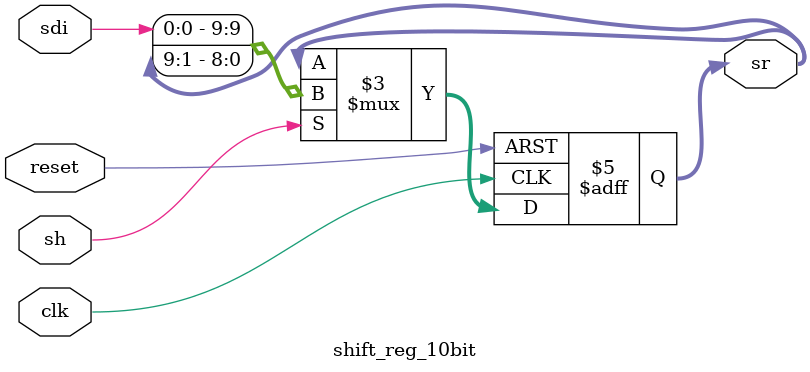
<source format=v>
`timescale 1ns / 1ps
/*********************************************************
 * File Name: shift_reg_10bit.v
 * Project: UART
 * Designer: Michael Diep
 * Email: michaelkhangdiep@gmail.com
 * Rev. Date: May 3, 2018
 *
 * Purpose: This module is an 10-bit shift register that
 *          shifts in from the right and outputs the new
 *          data that has been shiftedd
 *
 *
 * Notes: 
 *********************************************************/
module shift_reg_10bit(clk, reset, sh, sdi, sr);

   input            clk, reset, sh, sdi;
   
   output reg [9:0] sr;
   
   always @(posedge clk, posedge reset)
      if (reset)
         sr <= 10'b1111111111; else
      if (sh)
         sr <= {sdi,sr[9:1]};
      else
         sr <= sr;
      
endmodule

</source>
